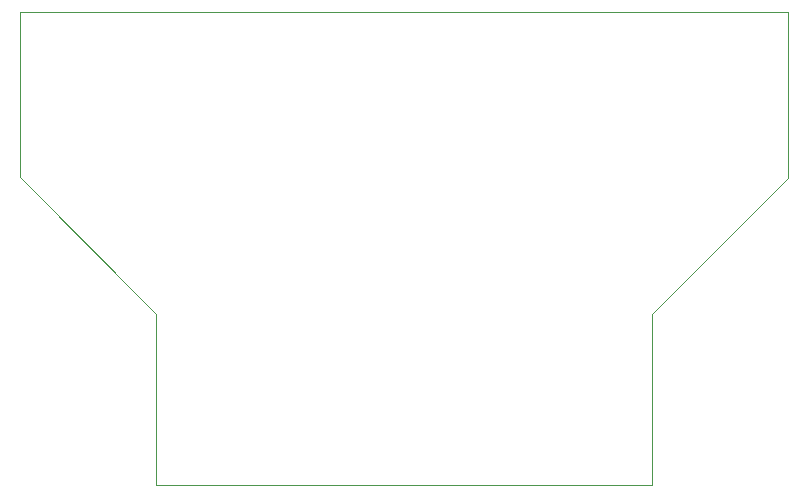
<source format=gbr>
%TF.GenerationSoftware,KiCad,Pcbnew,8.0.0*%
%TF.CreationDate,2024-03-24T12:33:32+02:00*%
%TF.ProjectId,Sensing systemV3,53656e73-696e-4672-9073-797374656d56,rev?*%
%TF.SameCoordinates,Original*%
%TF.FileFunction,Profile,NP*%
%FSLAX46Y46*%
G04 Gerber Fmt 4.6, Leading zero omitted, Abs format (unit mm)*
G04 Created by KiCad (PCBNEW 8.0.0) date 2024-03-24 12:33:32*
%MOMM*%
%LPD*%
G01*
G04 APERTURE LIST*
%TA.AperFunction,Profile*%
%ADD10C,0.050000*%
%TD*%
G04 APERTURE END LIST*
D10*
X116357400Y-82471400D02*
X116357400Y-68427600D01*
X104870800Y-93958000D02*
X116357400Y-82471400D01*
X62870800Y-108458000D02*
X62870800Y-93958000D01*
X51282600Y-68427600D02*
X51282600Y-82371600D01*
X104870800Y-108458000D02*
X104870800Y-93958000D01*
X62870800Y-93958000D02*
X51284400Y-82371600D01*
X51282600Y-68427600D02*
X116357400Y-68427600D01*
X104870800Y-108458000D02*
X62870800Y-108458000D01*
M02*

</source>
